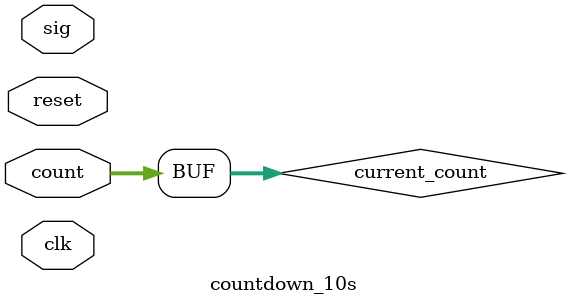
<source format=v>
`timescale 1ns/1ps
module countdown_10s(
    input clk,
    input reset,
    input [1:0] sig,
    input [7:0] count
    );
    
    reg [7:0] current_count =0;
    
    always @(posedge clk) begin
    
    if(reset)
    current_count <= 10;
    
    else if(sig==2'b00)
    current_count <= 10;
    else if ((sig==2'b01)&(current_count != 0))
    current_count <= current_count -1;
    
    else
    current_count <= current_count;
    
    end
    assign count = current_count;
    endmodule

</source>
